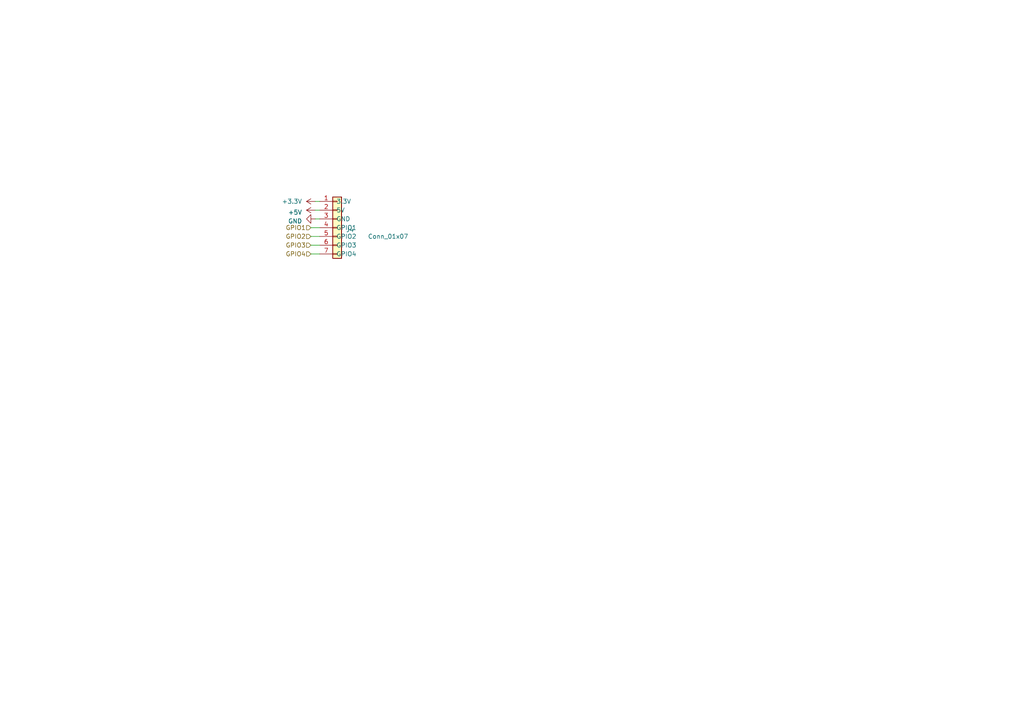
<source format=kicad_sch>
(kicad_sch (version 20230121) (generator eeschema)
  (paper "A4")
  (lib_symbols
    (symbol "Connector_Generic:Conn_01x07" (pin_names (offset 1.016))
      (property "Reference" "J6" (at 2.54 -0.635 0))
      (property "Value" "Conn_01x07" (at 8.89 -2.54 0))
      (symbol "Conn_01x07_1_1"
        (rectangle (start -1.27 -7.493) (end 0 -7.747) (stroke (width 0.1524)))
        (rectangle (start -1.27 -4.953) (end 0 -5.207) (stroke (width 0.1524)))
        (rectangle (start -1.27 -2.413) (end 0 -2.667) (stroke (width 0.1524)))
        (rectangle (start -1.27 0.127) (end 0 -0.127) (stroke (width 0.1524)))
        (rectangle (start -1.27 2.667) (end 0 2.413) (stroke (width 0.1524)))
        (rectangle (start -1.27 5.207) (end 0 4.953) (stroke (width 0.1524)))
        (rectangle (start -1.27 7.747) (end 0 7.493) (stroke (width 0.1524)))
        (rectangle (start -1.27 8.89) (end 1.27 -8.89) (stroke (width 0.254)) (fill (type background)))
        (pin power_in line (at -5.08 7.62 0) (length 3.81) (name "3.3V") (number "1"))
        (pin power_in line (at -5.08 5.08 0) (length 3.81) (name "5V") (number "2"))
        (pin input line (at -5.08 2.54 0) (length 3.81) (name "GND") (number "3"))
        (pin passive line (at -5.08 0 0) (length 3.81) (name "GPIO1") (number "4"))
        (pin passive line (at -5.08 -2.54 0) (length 3.81) (name "GPIO2") (number "5"))
        (pin passive line (at -5.08 -5.08 0) (length 3.81) (name "GPIO3") (number "6"))
        (pin passive line (at -5.08 -7.62 0) (length 3.81) (name "GPIO4") (number "7"))
      )
    )
    (symbol "power:+3.3V" (power) (pin_names (offset 0))
      (property "Value" "+3.3V" (at 0 3.556 0))
      (symbol "+3.3V_0_1"
        (polyline (pts (xy -0.762 1.27) (xy 0 2.54)))
        (polyline (pts (xy 0 0) (xy 0 2.54)))
        (polyline (pts (xy 0 2.54) (xy 0.762 1.27)))
      )
      (symbol "+3.3V_1_1"
        (pin power_in line (at 0 0 90) (length 0) hide (name "+3.3V") (number "1"))
      )
    )
    (symbol "power:+5V" (power) (pin_names (offset 0))
      (property "Value" "+5V" (at 0 3.556 0))
      (symbol "+5V_0_1"
        (polyline (pts (xy -0.762 1.27) (xy 0 2.54)))
        (polyline (pts (xy 0 0) (xy 0 2.54)))
        (polyline (pts (xy 0 2.54) (xy 0.762 1.27)))
      )
      (symbol "+5V_1_1"
        (pin power_in line (at 0 0 90) (length 0) hide (name "+5V") (number "1"))
      )
    )
    (symbol "power:GND" (power) (pin_names (offset 0))
      (property "Value" "GND" (at 0 -3.81 0))
      (symbol "GND_0_1"
        (polyline (pts (xy 0 0) (xy 0 -1.27) (xy 1.27 -1.27) (xy 0 -2.54) (xy -1.27 -1.27) (xy 0 -1.27)))
      )
      (symbol "GND_1_1"
        (pin power_in line (at 0 0 270) (length 0) hide (name "GND") (number "1"))
      )
    )
  )
  (wire (pts (xy 90.17 71.12) (xy 92.71 71.12)))
  (wire (pts (xy 90.17 68.58) (xy 92.71 68.58)))
  (wire (pts (xy 90.17 73.66) (xy 92.71 73.66)))
  (wire (pts (xy 91.44 63.5) (xy 92.71 63.5)))
  (wire (pts (xy 91.44 60.96) (xy 92.71 60.96)))
  (wire (pts (xy 91.44 58.42) (xy 92.71 58.42)))
  (wire (pts (xy 90.17 66.04) (xy 92.71 66.04)))
  (hierarchical_label "GPIO4" (shape input) (at 90.17 73.66 180))
  (hierarchical_label "GPIO3" (shape input) (at 90.17 71.12 180))
  (hierarchical_label "GPIO1" (shape input) (at 90.17 66.04 180))
  (hierarchical_label "GPIO2" (shape input) (at 90.17 68.58 180))
  (symbol (lib_id "Connector_Generic:Conn_01x07") (at 97.79 66.04 0) (unit 1)
    (property "Reference" "J4" (at 100.33 66.675 0) (effects (justify left)))
    (property "Value" "Conn_01x07" (at 106.68 68.58 0) (effects (justify left)))
    (property "Footprint" "Connector_JST:JST_XH_S7B-XH-A-1_1x07_P2.50mm_Horizontal" (effects hide))
    (instances (project "cyberboard" (path "" (reference "J4") (unit 1)) (path "" (reference "J5") (unit 1)) (path "" (reference "J6") (unit 1))))
  )
  (symbol (lib_id "power:+5V") (at 91.44 60.96 90) (unit 1)
    (property "Reference" "#PWR046" (effects hide))
    (property "Value" "+5V" (at 87.63 61.595 90) (effects (justify left)))
    (instances (project "cyberboard" (path "" (reference "#PWR046") (unit 1)) (path "" (reference "#PWR032") (unit 1)) (path "" (reference "#PWR049") (unit 1))))
  )
  (symbol (lib_id "power:GND") (at 91.44 63.5 270) (unit 1)
    (property "Reference" "#PWR047" (effects hide))
    (property "Value" "GND" (at 87.63 64.135 90) (effects (justify right)))
    (instances (project "cyberboard" (path "" (reference "#PWR047") (unit 1)) (path "" (reference "#PWR033") (unit 1)) (path "" (reference "#PWR050") (unit 1))))
  )
  (symbol (lib_id "power:+3.3V") (at 91.44 58.42 90) (unit 1)
    (property "Reference" "#PWR011" (effects hide))
    (property "Value" "+3.3V" (at 87.63 58.42 90) (effects (justify left)))
    (instances (project "cyberboard" (path "" (reference "#PWR011") (unit 1)) (path "" (reference "#PWR044") (unit 1)) (path "" (reference "#PWR052") (unit 1))))
  )
)
</source>
